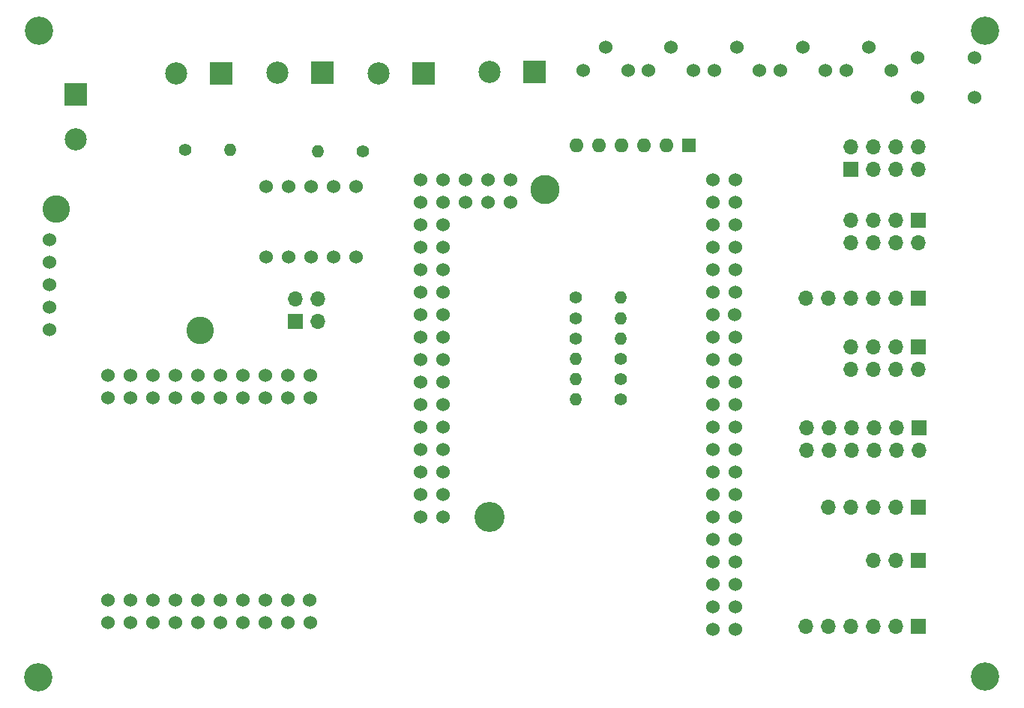
<source format=gbr>
%TF.GenerationSoftware,KiCad,Pcbnew,(6.0.0-0)*%
%TF.CreationDate,2022-02-22T22:18:15-05:00*%
%TF.ProjectId,LED_Controller_Without_Level_Shifter,4c45445f-436f-46e7-9472-6f6c6c65725f,1.0*%
%TF.SameCoordinates,Original*%
%TF.FileFunction,Soldermask,Top*%
%TF.FilePolarity,Negative*%
%FSLAX46Y46*%
G04 Gerber Fmt 4.6, Leading zero omitted, Abs format (unit mm)*
G04 Created by KiCad (PCBNEW (6.0.0-0)) date 2022-02-22 22:18:15*
%MOMM*%
%LPD*%
G01*
G04 APERTURE LIST*
%ADD10C,1.524000*%
%ADD11C,3.400000*%
%ADD12C,3.300000*%
%ADD13R,2.500000X2.500000*%
%ADD14C,2.500000*%
%ADD15R,1.700000X1.700000*%
%ADD16O,1.700000X1.700000*%
%ADD17C,1.400000*%
%ADD18O,1.400000X1.400000*%
%ADD19R,1.600000X1.600000*%
%ADD20O,1.600000X1.600000*%
%ADD21C,3.100000*%
%ADD22C,3.200000*%
G04 APERTURE END LIST*
D10*
%TO.C,RV5*%
X178452500Y-67935000D03*
X175912500Y-65325000D03*
X173372500Y-67935000D03*
%TD*%
%TO.C,U4*%
X165770000Y-123550000D03*
X168310000Y-123550000D03*
X165770000Y-118470000D03*
X168310000Y-118470000D03*
X165770000Y-115930000D03*
X168310000Y-115930000D03*
X165780000Y-113390000D03*
X168310000Y-113390000D03*
X165770000Y-110850000D03*
X168310000Y-110850000D03*
X165770000Y-108310000D03*
X168310000Y-108310000D03*
X165770000Y-105770000D03*
X168310000Y-105770000D03*
X165770000Y-103230000D03*
X168310000Y-103230000D03*
X165770000Y-100690000D03*
X168310000Y-100690000D03*
X165770000Y-98150000D03*
X168310000Y-98150000D03*
X165780000Y-95610000D03*
X168230000Y-95610000D03*
X165780000Y-93070000D03*
X168310000Y-93070000D03*
X165770000Y-90530000D03*
X168310000Y-90530000D03*
X165770000Y-87990000D03*
X168310000Y-131170000D03*
X168310000Y-128630000D03*
D11*
X140530000Y-118470000D03*
D12*
X146820000Y-81440000D03*
D10*
X168310000Y-87990000D03*
X165770000Y-85450000D03*
X168310000Y-85450000D03*
X165770000Y-82910000D03*
X168310000Y-82910000D03*
X165770000Y-80370000D03*
X168310000Y-80370000D03*
X132750000Y-98150000D03*
X135290000Y-98150000D03*
X132750000Y-95610000D03*
X135290000Y-95610000D03*
X132750000Y-93070000D03*
X135290000Y-93070000D03*
X132750000Y-90530000D03*
X135290000Y-90530000D03*
X132750000Y-87990000D03*
X135290000Y-87990000D03*
X132750000Y-85450000D03*
X135290000Y-85450000D03*
X132750000Y-82910000D03*
X135290000Y-82910000D03*
X132750000Y-80370000D03*
X135290000Y-80370000D03*
X137840000Y-80370000D03*
X137830000Y-82910000D03*
X140370000Y-80370000D03*
X140370000Y-82910000D03*
X142910000Y-80370000D03*
X142910000Y-82910000D03*
X165770000Y-128630000D03*
X165770000Y-131170000D03*
X165770000Y-126090000D03*
X168310000Y-126090000D03*
X165770000Y-121010000D03*
X168310000Y-121010000D03*
X132750000Y-118470000D03*
X135290000Y-118470000D03*
X132750000Y-115930000D03*
X135290000Y-115930000D03*
X132750000Y-113390000D03*
X135290000Y-113390000D03*
X132750000Y-110850000D03*
X135290000Y-110850000D03*
X132750000Y-108310000D03*
X135290000Y-108310000D03*
X132750000Y-105770000D03*
X135290000Y-105770000D03*
X132750000Y-103230000D03*
X135290000Y-103230000D03*
X132750000Y-100690000D03*
X135290000Y-100690000D03*
%TD*%
D13*
%TO.C,J1*%
X93790000Y-70645000D03*
D14*
X93790000Y-75725000D03*
%TD*%
D13*
%TO.C,J2*%
X110180000Y-68280000D03*
D14*
X105100000Y-68280000D03*
%TD*%
D13*
%TO.C,J3*%
X133045000Y-68280000D03*
D14*
X127965000Y-68280000D03*
%TD*%
D13*
%TO.C,J4*%
X121615000Y-68254000D03*
D14*
X116535000Y-68254000D03*
%TD*%
D15*
%TO.C,J5*%
X188930000Y-99250000D03*
D16*
X188930000Y-101790000D03*
X186390000Y-99250000D03*
X186390000Y-101790000D03*
X183850000Y-99250000D03*
X183850000Y-101790000D03*
X181310000Y-99250000D03*
X181310000Y-101790000D03*
%TD*%
D15*
%TO.C,J6*%
X189000000Y-108380000D03*
D16*
X189000000Y-110920000D03*
X186460000Y-108380000D03*
X186460000Y-110920000D03*
X183920000Y-108380000D03*
X183920000Y-110920000D03*
X181380000Y-108380000D03*
X181380000Y-110920000D03*
X178840000Y-108380000D03*
X178840000Y-110920000D03*
X176300000Y-108380000D03*
X176300000Y-110920000D03*
%TD*%
D15*
%TO.C,J7*%
X188976000Y-117334000D03*
D16*
X186436000Y-117334000D03*
X183896000Y-117334000D03*
X181356000Y-117334000D03*
X178816000Y-117334000D03*
%TD*%
D15*
%TO.C,J8*%
X188976000Y-130810000D03*
D16*
X186436000Y-130810000D03*
X183896000Y-130810000D03*
X181356000Y-130810000D03*
X178816000Y-130810000D03*
X176276000Y-130810000D03*
%TD*%
D15*
%TO.C,J9*%
X181320000Y-79145000D03*
D16*
X181320000Y-76605000D03*
X183860000Y-79145000D03*
X183860000Y-76605000D03*
X186400000Y-79145000D03*
X186400000Y-76605000D03*
X188940000Y-79145000D03*
X188940000Y-76605000D03*
%TD*%
D15*
%TO.C,J10*%
X188920000Y-84885000D03*
D16*
X188920000Y-87425000D03*
X186380000Y-84885000D03*
X186380000Y-87425000D03*
X183840000Y-84885000D03*
X183840000Y-87425000D03*
X181300000Y-84885000D03*
X181300000Y-87425000D03*
%TD*%
D15*
%TO.C,J11*%
X188951000Y-93751000D03*
D16*
X186411000Y-93751000D03*
X183871000Y-93751000D03*
X181331000Y-93751000D03*
X178791000Y-93751000D03*
X176251000Y-93751000D03*
%TD*%
D17*
%TO.C,R2*%
X155290000Y-102822000D03*
D18*
X150210000Y-102822000D03*
%TD*%
D17*
%TO.C,R3*%
X155290000Y-100534000D03*
D18*
X150210000Y-100534000D03*
%TD*%
D17*
%TO.C,R4*%
X150210000Y-98246000D03*
D18*
X155290000Y-98246000D03*
%TD*%
D17*
%TO.C,R5*%
X150210000Y-95958000D03*
D18*
X155290000Y-95958000D03*
%TD*%
D17*
%TO.C,R6*%
X150210000Y-93670000D03*
D18*
X155290000Y-93670000D03*
%TD*%
D19*
%TO.C,RN1*%
X163068000Y-76454000D03*
D20*
X160528000Y-76454000D03*
X157988000Y-76454000D03*
X155448000Y-76454000D03*
X152908000Y-76454000D03*
X150368000Y-76454000D03*
%TD*%
D10*
%TO.C,U1*%
X90780000Y-87130000D03*
X90780000Y-89670000D03*
X90780000Y-92210000D03*
X90780000Y-94750000D03*
X90780000Y-97290000D03*
D21*
X91610000Y-83600000D03*
X107838800Y-97361200D03*
%TD*%
D10*
%TO.C,U2*%
X105015400Y-130406600D03*
X120205400Y-127866600D03*
X102475400Y-130406600D03*
X117715400Y-127866600D03*
X107555400Y-130406600D03*
X105015400Y-105000600D03*
X112635400Y-105000600D03*
X110095400Y-105000600D03*
X112635400Y-127866600D03*
X115175400Y-127866600D03*
X107555400Y-105000600D03*
X107555400Y-127866600D03*
X115175400Y-105000600D03*
X110095400Y-127866600D03*
X112635400Y-130406600D03*
X110095400Y-102460600D03*
X107555400Y-102460600D03*
X112635400Y-102460600D03*
X115175400Y-102460600D03*
X105015400Y-127866600D03*
X120255400Y-130406600D03*
X120255400Y-102460600D03*
X102475400Y-127866600D03*
X102475400Y-105000600D03*
X99935400Y-127866600D03*
X97395400Y-127866600D03*
X110095400Y-130406600D03*
X99935400Y-130406600D03*
X97395400Y-130406600D03*
X120255400Y-105000600D03*
X117715400Y-105000600D03*
X99935400Y-105000600D03*
X97395400Y-105000600D03*
X117715400Y-102460600D03*
X105015400Y-102460600D03*
X102475400Y-102460600D03*
X99935400Y-102460600D03*
X97395400Y-102460600D03*
X115175400Y-130406600D03*
X117715400Y-130406600D03*
%TD*%
D17*
%TO.C,R1*%
X155290000Y-105110000D03*
D18*
X150210000Y-105110000D03*
%TD*%
D10*
%TO.C,SW1*%
X125476000Y-89091000D03*
X122936000Y-89091000D03*
X120396000Y-89091000D03*
X117856000Y-89091000D03*
X115316000Y-89091000D03*
X115316000Y-81089000D03*
X117856000Y-81089000D03*
X120396000Y-81089000D03*
X122936000Y-81089000D03*
X125476000Y-81089000D03*
%TD*%
%TO.C,SW2*%
X188820000Y-71020000D03*
X188820000Y-66520000D03*
X195320000Y-71020000D03*
X195320000Y-66520000D03*
%TD*%
%TO.C,RV1*%
X156140000Y-67935000D03*
X153600000Y-65325000D03*
X151060000Y-67935000D03*
%TD*%
%TO.C,RV2*%
X171015000Y-67935000D03*
X168475000Y-65325000D03*
X165935000Y-67935000D03*
%TD*%
%TO.C,RV3*%
X185890000Y-67935000D03*
X183350000Y-65325000D03*
X180810000Y-67935000D03*
%TD*%
%TO.C,RV4*%
X163577500Y-67935000D03*
X161037500Y-65325000D03*
X158497500Y-67935000D03*
%TD*%
D15*
%TO.C,J13*%
X118545000Y-96315000D03*
D16*
X118545000Y-93775000D03*
X121085000Y-96315000D03*
X121085000Y-93775000D03*
%TD*%
D15*
%TO.C,J13*%
X188975000Y-123340000D03*
D16*
X186435000Y-123340000D03*
X183895000Y-123340000D03*
%TD*%
D22*
%TO.C,REF\u002A\u002A*%
X196480000Y-136460000D03*
%TD*%
%TO.C,REF\u002A\u002A*%
X89662000Y-63500000D03*
%TD*%
D17*
%TO.C,R7*%
X106172000Y-76962000D03*
D18*
X111252000Y-76962000D03*
%TD*%
D22*
%TO.C,REF\u002A\u002A*%
X89580000Y-136520000D03*
%TD*%
D17*
%TO.C,R8*%
X126238000Y-77140000D03*
D18*
X121158000Y-77140000D03*
%TD*%
D22*
%TO.C,REF\u002A\u002A*%
X196510000Y-63490000D03*
%TD*%
D13*
%TO.C,J12*%
X145625000Y-68170000D03*
D14*
X140545000Y-68170000D03*
%TD*%
M02*

</source>
